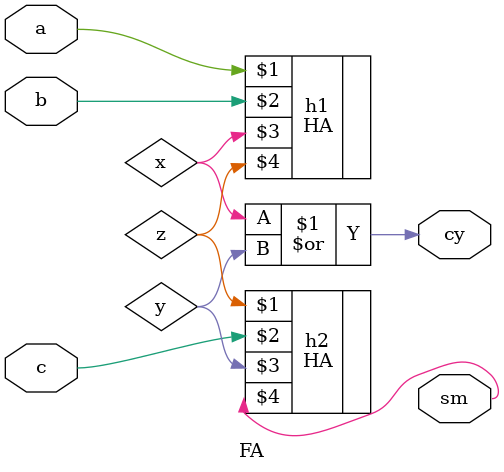
<source format=v>
`timescale 1ns / 1ps
module FA(a,b,c,cy,sm);

	input a,b,c;
	output cy,sm;
	wire x,y,z;
	HA h1(a,b,x,z);
	HA h2(z,c,y,sm);
	or o1(cy,x,y);

endmodule 
</source>
